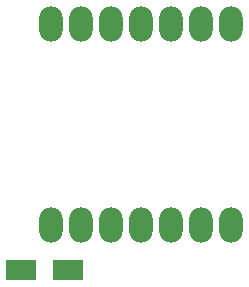
<source format=gbr>
%TF.GenerationSoftware,KiCad,Pcbnew,(7.0.0-0)*%
%TF.CreationDate,2023-02-25T15:33:57+01:00*%
%TF.ProjectId,KNeoPiX_v1.3,4b4e656f-5069-4585-9f76-312e332e6b69,1.3*%
%TF.SameCoordinates,Original*%
%TF.FileFunction,Paste,Bot*%
%TF.FilePolarity,Positive*%
%FSLAX46Y46*%
G04 Gerber Fmt 4.6, Leading zero omitted, Abs format (unit mm)*
G04 Created by KiCad (PCBNEW (7.0.0-0)) date 2023-02-25 15:33:57*
%MOMM*%
%LPD*%
G01*
G04 APERTURE LIST*
%ADD10O,2.000000X3.000000*%
%ADD11R,2.500000X1.800000*%
G04 APERTURE END LIST*
D10*
%TO.C,U1*%
X133225913Y-100787913D03*
X130685913Y-100787913D03*
X128145913Y-100787913D03*
X125605913Y-100787913D03*
X123065913Y-100787913D03*
X120525913Y-100787913D03*
X117985913Y-100787913D03*
X117985913Y-117787913D03*
X120525913Y-117787913D03*
X123065913Y-117787913D03*
X125605913Y-117787913D03*
X128145913Y-117787913D03*
X130685913Y-117787913D03*
X133225913Y-117787913D03*
%TD*%
D11*
%TO.C,D3*%
X119399999Y-121559999D03*
X115399999Y-121559999D03*
%TD*%
M02*

</source>
